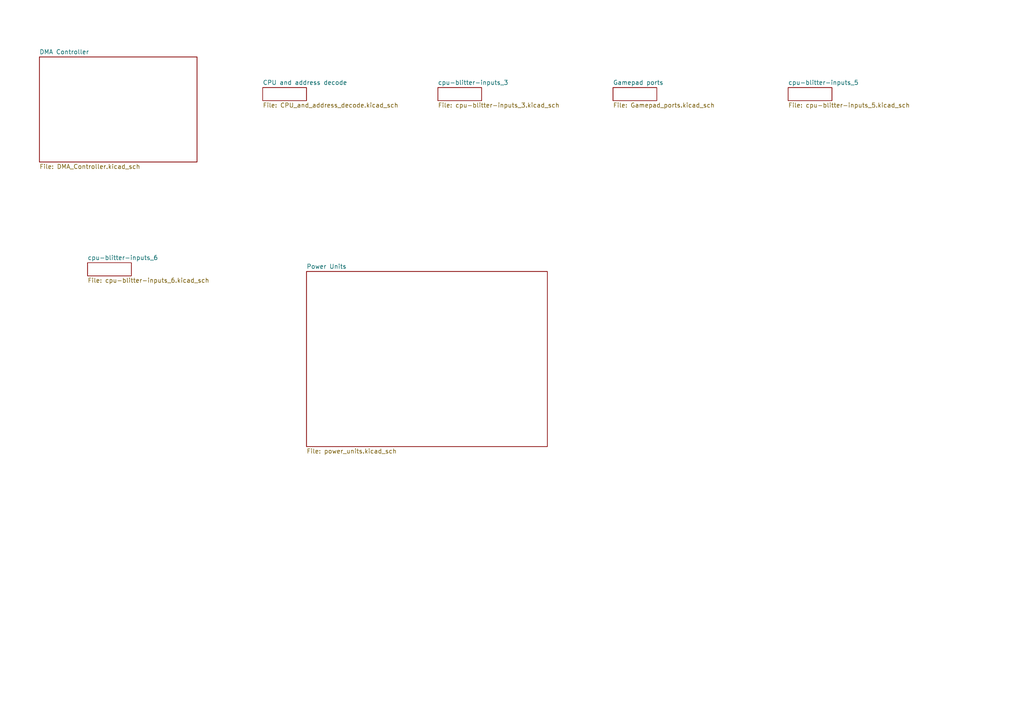
<source format=kicad_sch>
(kicad_sch
	(version 20231120)
	(generator "eeschema")
	(generator_version "8.0")
	(uuid "28034957-81b4-48a5-b869-6f4cb8f0c2fa")
	(paper "A4")
	(lib_symbols)
	(sheet
		(at 177.8 25.4)
		(size 12.7 3.81)
		(fields_autoplaced yes)
		(stroke
			(width 0)
			(type solid)
		)
		(fill
			(color 0 0 0 0.0000)
		)
		(uuid "0a9c1bb4-cd21-41da-b869-100e097503b6")
		(property "Sheetname" "Gamepad ports"
			(at 177.8 24.6884 0)
			(effects
				(font
					(size 1.27 1.27)
				)
				(justify left bottom)
			)
		)
		(property "Sheetfile" "Gamepad_ports.kicad_sch"
			(at 177.8 29.7946 0)
			(effects
				(font
					(size 1.27 1.27)
				)
				(justify left top)
			)
		)
		(instances
			(project "cpu-blitter-inputs"
				(path "/28034957-81b4-48a5-b869-6f4cb8f0c2fa"
					(page "4")
				)
			)
		)
	)
	(sheet
		(at 11.43 16.51)
		(size 45.72 30.48)
		(fields_autoplaced yes)
		(stroke
			(width 0)
			(type solid)
		)
		(fill
			(color 0 0 0 0.0000)
		)
		(uuid "1a1afecc-27a9-4052-a1f1-ea8e6f71b57b")
		(property "Sheetname" "DMA Controller"
			(at 11.43 15.7984 0)
			(effects
				(font
					(size 1.27 1.27)
				)
				(justify left bottom)
			)
		)
		(property "Sheetfile" "DMA_Controller.kicad_sch"
			(at 11.43 47.5746 0)
			(effects
				(font
					(size 1.27 1.27)
				)
				(justify left top)
			)
		)
		(instances
			(project "cpu-blitter-inputs"
				(path "/28034957-81b4-48a5-b869-6f4cb8f0c2fa"
					(page "1")
				)
			)
		)
	)
	(sheet
		(at 127 25.4)
		(size 12.7 3.81)
		(fields_autoplaced yes)
		(stroke
			(width 0)
			(type solid)
		)
		(fill
			(color 0 0 0 0.0000)
		)
		(uuid "95bc2f6c-a227-442d-9d58-41fddaf17fd9")
		(property "Sheetname" "cpu-blitter-inputs_3"
			(at 127 24.6884 0)
			(effects
				(font
					(size 1.27 1.27)
				)
				(justify left bottom)
			)
		)
		(property "Sheetfile" "cpu-blitter-inputs_3.kicad_sch"
			(at 127 29.7946 0)
			(effects
				(font
					(size 1.27 1.27)
				)
				(justify left top)
			)
		)
		(instances
			(project "cpu-blitter-inputs"
				(path "/28034957-81b4-48a5-b869-6f4cb8f0c2fa"
					(page "3")
				)
			)
		)
	)
	(sheet
		(at 88.9 78.74)
		(size 69.85 50.8)
		(fields_autoplaced yes)
		(stroke
			(width 0.1524)
			(type solid)
		)
		(fill
			(color 0 0 0 0.0000)
		)
		(uuid "dbd08861-1e64-49b5-b6f8-54ff0eec3f38")
		(property "Sheetname" "Power Units"
			(at 88.9 78.0284 0)
			(effects
				(font
					(size 1.27 1.27)
				)
				(justify left bottom)
			)
		)
		(property "Sheetfile" "power_units.kicad_sch"
			(at 88.9 130.1246 0)
			(effects
				(font
					(size 1.27 1.27)
				)
				(justify left top)
			)
		)
		(instances
			(project "cpu-blitter-inputs"
				(path "/28034957-81b4-48a5-b869-6f4cb8f0c2fa"
					(page "8")
				)
			)
		)
	)
	(sheet
		(at 228.6 25.4)
		(size 12.7 3.81)
		(fields_autoplaced yes)
		(stroke
			(width 0)
			(type solid)
		)
		(fill
			(color 0 0 0 0.0000)
		)
		(uuid "e60342e7-9857-478f-9abf-0bd7d7ef0739")
		(property "Sheetname" "cpu-blitter-inputs_5"
			(at 228.6 24.6884 0)
			(effects
				(font
					(size 1.27 1.27)
				)
				(justify left bottom)
			)
		)
		(property "Sheetfile" "cpu-blitter-inputs_5.kicad_sch"
			(at 228.6 29.7946 0)
			(effects
				(font
					(size 1.27 1.27)
				)
				(justify left top)
			)
		)
		(instances
			(project "cpu-blitter-inputs"
				(path "/28034957-81b4-48a5-b869-6f4cb8f0c2fa"
					(page "5")
				)
			)
		)
	)
	(sheet
		(at 25.4 76.2)
		(size 12.7 3.81)
		(fields_autoplaced yes)
		(stroke
			(width 0)
			(type solid)
		)
		(fill
			(color 0 0 0 0.0000)
		)
		(uuid "ece8c674-80b2-4664-a47f-204f39ea3530")
		(property "Sheetname" "cpu-blitter-inputs_6"
			(at 25.4 75.4884 0)
			(effects
				(font
					(size 1.27 1.27)
				)
				(justify left bottom)
			)
		)
		(property "Sheetfile" "cpu-blitter-inputs_6.kicad_sch"
			(at 25.4 80.5946 0)
			(effects
				(font
					(size 1.27 1.27)
				)
				(justify left top)
			)
		)
		(instances
			(project "cpu-blitter-inputs"
				(path "/28034957-81b4-48a5-b869-6f4cb8f0c2fa"
					(page "6")
				)
			)
		)
	)
	(sheet
		(at 76.2 25.4)
		(size 12.7 3.81)
		(fields_autoplaced yes)
		(stroke
			(width 0)
			(type solid)
		)
		(fill
			(color 0 0 0 0.0000)
		)
		(uuid "f0ce6048-bb8c-44d1-87fc-da575349d621")
		(property "Sheetname" "CPU and address decode"
			(at 76.2 24.6884 0)
			(effects
				(font
					(size 1.27 1.27)
				)
				(justify left bottom)
			)
		)
		(property "Sheetfile" "CPU_and_address_decode.kicad_sch"
			(at 76.2 29.7946 0)
			(effects
				(font
					(size 1.27 1.27)
				)
				(justify left top)
			)
		)
		(instances
			(project "cpu-blitter-inputs"
				(path "/28034957-81b4-48a5-b869-6f4cb8f0c2fa"
					(page "2")
				)
			)
		)
	)
	(sheet_instances
		(path "/"
			(page "1")
		)
	)
)

</source>
